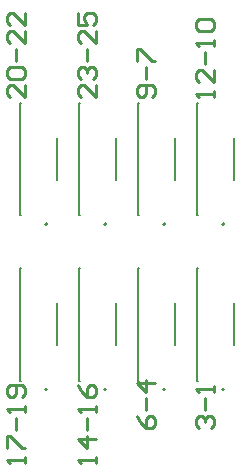
<source format=gto>
G04*
G04 #@! TF.GenerationSoftware,Altium Limited,Altium Designer,25.8.1 (18)*
G04*
G04 Layer_Color=65535*
%FSLAX44Y44*%
%MOMM*%
G71*
G04*
G04 #@! TF.SameCoordinates,30BAD860-2875-4C8E-B863-204402DBD87A*
G04*
G04*
G04 #@! TF.FilePolarity,Positive*
G04*
G01*
G75*
%ADD10C,0.2000*%
%ADD11C,0.1270*%
%ADD12C,0.2540*%
D10*
X86080Y24875D02*
G03*
X86080Y24875I-1000J0D01*
G01*
Y164875D02*
G03*
X86080Y164875I-1000J0D01*
G01*
X36080Y24875D02*
G03*
X36080Y24875I-1000J0D01*
G01*
X186080D02*
G03*
X186080Y24875I-1000J0D01*
G01*
X136080Y164875D02*
G03*
X136080Y164875I-1000J0D01*
G01*
X36080D02*
G03*
X36080Y164875I-1000J0D01*
G01*
X186080D02*
G03*
X186080Y164875I-1000J0D01*
G01*
X136080Y24875D02*
G03*
X136080Y24875I-1000J0D01*
G01*
D11*
X62855Y32375D02*
Y127625D01*
X63465D01*
X94605Y62245D02*
Y97755D01*
X62855Y32375D02*
X63465D01*
X62855Y172375D02*
Y267625D01*
X63465D01*
X94605Y202245D02*
Y237755D01*
X62855Y172375D02*
X63465D01*
X12855Y32375D02*
Y127625D01*
X13465D01*
X44605Y62245D02*
Y97755D01*
X12855Y32375D02*
X13465D01*
X162855D02*
Y127625D01*
X163465D01*
X194605Y62245D02*
Y97755D01*
X162855Y32375D02*
X163465D01*
X112855Y172375D02*
Y267625D01*
X113465D01*
X144605Y202245D02*
Y237755D01*
X112855Y172375D02*
X113465D01*
X12855D02*
Y267625D01*
X13465D01*
X44605Y202245D02*
Y237755D01*
X12855Y172375D02*
X13465D01*
X162855D02*
Y267625D01*
X163465D01*
X194605Y202245D02*
Y237755D01*
X162855Y172375D02*
X163465D01*
X112855Y32375D02*
Y127625D01*
X113465D01*
X144605Y62245D02*
Y97755D01*
X112855Y32375D02*
X113465D01*
D12*
X77460Y282697D02*
Y272540D01*
X67303Y282697D01*
X64764D01*
X62225Y280158D01*
Y275079D01*
X64764Y272540D01*
Y287775D02*
X62225Y290314D01*
Y295393D01*
X64764Y297932D01*
X67303D01*
X69843Y295393D01*
Y292853D01*
Y295393D01*
X72382Y297932D01*
X74921D01*
X77460Y295393D01*
Y290314D01*
X74921Y287775D01*
X69843Y303010D02*
Y313167D01*
X77460Y328402D02*
Y318245D01*
X67303Y328402D01*
X64764D01*
X62225Y325863D01*
Y320784D01*
X64764Y318245D01*
X62225Y343637D02*
Y333480D01*
X69843D01*
X67303Y338559D01*
Y341098D01*
X69843Y343637D01*
X74921D01*
X77460Y341098D01*
Y336020D01*
X74921Y333480D01*
X17460Y-37460D02*
Y-32382D01*
Y-34921D01*
X2225D01*
X4764Y-37460D01*
X2225Y-24764D02*
Y-14607D01*
X4764D01*
X14921Y-24764D01*
X17460D01*
X9843Y-9529D02*
Y628D01*
X17460Y5706D02*
Y10784D01*
Y8245D01*
X2225D01*
X4764Y5706D01*
X14921Y18402D02*
X17460Y20941D01*
Y26019D01*
X14921Y28559D01*
X4764D01*
X2225Y26019D01*
Y20941D01*
X4764Y18402D01*
X7303D01*
X9843Y20941D01*
Y28559D01*
X124921Y272540D02*
X127460Y275079D01*
Y280158D01*
X124921Y282697D01*
X114764D01*
X112225Y280158D01*
Y275079D01*
X114764Y272540D01*
X117303D01*
X119843Y275079D01*
Y282697D01*
Y287775D02*
Y297932D01*
X112225Y303010D02*
Y313167D01*
X114764D01*
X124921Y303010D01*
X127460D01*
X112225Y2697D02*
X114764Y-2382D01*
X119843Y-7460D01*
X124921D01*
X127460Y-4921D01*
Y158D01*
X124921Y2697D01*
X122382D01*
X119843Y158D01*
Y-7460D01*
Y7775D02*
Y17932D01*
X127460Y30628D02*
X112225D01*
X119843Y23010D01*
Y33167D01*
X77460Y-37460D02*
Y-32382D01*
Y-34921D01*
X62225D01*
X64764Y-37460D01*
X77460Y-17147D02*
X62225D01*
X69843Y-24764D01*
Y-14607D01*
Y-9529D02*
Y628D01*
X77460Y5706D02*
Y10784D01*
Y8245D01*
X62225D01*
X64764Y5706D01*
X62225Y28559D02*
X64764Y23480D01*
X69843Y18402D01*
X74921D01*
X77460Y20941D01*
Y26019D01*
X74921Y28559D01*
X72382D01*
X69843Y26019D01*
Y18402D01*
X164764Y-7460D02*
X162225Y-4921D01*
Y158D01*
X164764Y2697D01*
X167303D01*
X169842Y158D01*
Y-2382D01*
Y158D01*
X172382Y2697D01*
X174921D01*
X177460Y158D01*
Y-4921D01*
X174921Y-7460D01*
X169842Y7775D02*
Y17932D01*
X177460Y23010D02*
Y28089D01*
Y25549D01*
X162225D01*
X164764Y23010D01*
X177460Y272540D02*
Y277618D01*
Y275079D01*
X162225D01*
X164764Y272540D01*
X177460Y295393D02*
Y285236D01*
X167303Y295393D01*
X164764D01*
X162225Y292853D01*
Y287775D01*
X164764Y285236D01*
X169842Y300471D02*
Y310628D01*
X177460Y315706D02*
Y320784D01*
Y318245D01*
X162225D01*
X164764Y315706D01*
Y328402D02*
X162225Y330941D01*
Y336019D01*
X164764Y338559D01*
X174921D01*
X177460Y336019D01*
Y330941D01*
X174921Y328402D01*
X164764D01*
X17460Y282697D02*
Y272540D01*
X7303Y282697D01*
X4764D01*
X2225Y280158D01*
Y275079D01*
X4764Y272540D01*
Y287775D02*
X2225Y290314D01*
Y295393D01*
X4764Y297932D01*
X14921D01*
X17460Y295393D01*
Y290314D01*
X14921Y287775D01*
X4764D01*
X9843Y303010D02*
Y313167D01*
X17460Y328402D02*
Y318245D01*
X7303Y328402D01*
X4764D01*
X2225Y325863D01*
Y320784D01*
X4764Y318245D01*
X17460Y343637D02*
Y333480D01*
X7303Y343637D01*
X4764D01*
X2225Y341098D01*
Y336020D01*
X4764Y333480D01*
M02*

</source>
